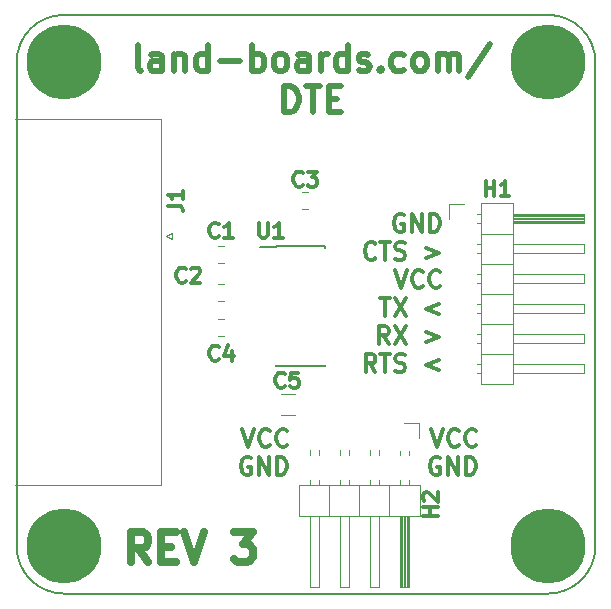
<source format=gbr>
G04 #@! TF.GenerationSoftware,KiCad,Pcbnew,(6.0.1)*
G04 #@! TF.CreationDate,2022-08-01T16:47:35-04:00*
G04 #@! TF.ProjectId,RS232_TTL_Male,52533233-325f-4545-944c-5f4d616c652e,1*
G04 #@! TF.SameCoordinates,Original*
G04 #@! TF.FileFunction,Legend,Top*
G04 #@! TF.FilePolarity,Positive*
%FSLAX46Y46*%
G04 Gerber Fmt 4.6, Leading zero omitted, Abs format (unit mm)*
G04 Created by KiCad (PCBNEW (6.0.1)) date 2022-08-01 16:47:35*
%MOMM*%
%LPD*%
G01*
G04 APERTURE LIST*
%ADD10C,0.368300*%
%ADD11C,0.635000*%
%ADD12C,0.476250*%
%ADD13C,0.317500*%
%ADD14C,0.120000*%
%ADD15C,0.150000*%
%ADD16C,6.350000*%
G04 APERTURE END LIST*
D10*
X181111766Y-98083321D02*
X181602833Y-99556521D01*
X182093900Y-98083321D01*
X183426795Y-99416216D02*
X183356643Y-99486369D01*
X183146185Y-99556521D01*
X183005881Y-99556521D01*
X182795424Y-99486369D01*
X182655119Y-99346064D01*
X182584966Y-99205759D01*
X182514814Y-98925150D01*
X182514814Y-98714693D01*
X182584966Y-98434083D01*
X182655119Y-98293778D01*
X182795424Y-98153474D01*
X183005881Y-98083321D01*
X183146185Y-98083321D01*
X183356643Y-98153474D01*
X183426795Y-98223626D01*
X184899995Y-99416216D02*
X184829843Y-99486369D01*
X184619385Y-99556521D01*
X184479081Y-99556521D01*
X184268624Y-99486369D01*
X184128319Y-99346064D01*
X184058166Y-99205759D01*
X183988014Y-98925150D01*
X183988014Y-98714693D01*
X184058166Y-98434083D01*
X184128319Y-98293778D01*
X184268624Y-98153474D01*
X184479081Y-98083321D01*
X184619385Y-98083321D01*
X184829843Y-98153474D01*
X184899995Y-98223626D01*
X181813290Y-100525326D02*
X181672985Y-100455173D01*
X181462528Y-100455173D01*
X181252071Y-100525326D01*
X181111766Y-100665630D01*
X181041614Y-100805935D01*
X180971462Y-101086545D01*
X180971462Y-101297002D01*
X181041614Y-101577611D01*
X181111766Y-101717916D01*
X181252071Y-101858221D01*
X181462528Y-101928373D01*
X181602833Y-101928373D01*
X181813290Y-101858221D01*
X181883443Y-101788068D01*
X181883443Y-101297002D01*
X181602833Y-101297002D01*
X182514814Y-101928373D02*
X182514814Y-100455173D01*
X183356643Y-101928373D01*
X183356643Y-100455173D01*
X184058166Y-101928373D02*
X184058166Y-100455173D01*
X184408928Y-100455173D01*
X184619385Y-100525326D01*
X184759690Y-100665630D01*
X184829843Y-100805935D01*
X184899995Y-101086545D01*
X184899995Y-101297002D01*
X184829843Y-101577611D01*
X184759690Y-101717916D01*
X184619385Y-101858221D01*
X184408928Y-101928373D01*
X184058166Y-101928373D01*
X165109766Y-98083321D02*
X165600833Y-99556521D01*
X166091900Y-98083321D01*
X167424795Y-99416216D02*
X167354643Y-99486369D01*
X167144185Y-99556521D01*
X167003881Y-99556521D01*
X166793424Y-99486369D01*
X166653119Y-99346064D01*
X166582966Y-99205759D01*
X166512814Y-98925150D01*
X166512814Y-98714693D01*
X166582966Y-98434083D01*
X166653119Y-98293778D01*
X166793424Y-98153474D01*
X167003881Y-98083321D01*
X167144185Y-98083321D01*
X167354643Y-98153474D01*
X167424795Y-98223626D01*
X168897995Y-99416216D02*
X168827843Y-99486369D01*
X168617385Y-99556521D01*
X168477081Y-99556521D01*
X168266624Y-99486369D01*
X168126319Y-99346064D01*
X168056166Y-99205759D01*
X167986014Y-98925150D01*
X167986014Y-98714693D01*
X168056166Y-98434083D01*
X168126319Y-98293778D01*
X168266624Y-98153474D01*
X168477081Y-98083321D01*
X168617385Y-98083321D01*
X168827843Y-98153474D01*
X168897995Y-98223626D01*
X165811290Y-100525326D02*
X165670985Y-100455173D01*
X165460528Y-100455173D01*
X165250071Y-100525326D01*
X165109766Y-100665630D01*
X165039614Y-100805935D01*
X164969462Y-101086545D01*
X164969462Y-101297002D01*
X165039614Y-101577611D01*
X165109766Y-101717916D01*
X165250071Y-101858221D01*
X165460528Y-101928373D01*
X165600833Y-101928373D01*
X165811290Y-101858221D01*
X165881443Y-101788068D01*
X165881443Y-101297002D01*
X165600833Y-101297002D01*
X166512814Y-101928373D02*
X166512814Y-100455173D01*
X167354643Y-101928373D01*
X167354643Y-100455173D01*
X168056166Y-101928373D02*
X168056166Y-100455173D01*
X168406928Y-100455173D01*
X168617385Y-100525326D01*
X168757690Y-100665630D01*
X168827843Y-100805935D01*
X168897995Y-101086545D01*
X168897995Y-101297002D01*
X168827843Y-101577611D01*
X168757690Y-101717916D01*
X168617385Y-101858221D01*
X168406928Y-101928373D01*
X168056166Y-101928373D01*
X178765290Y-79947770D02*
X178624985Y-79877617D01*
X178414528Y-79877617D01*
X178204071Y-79947770D01*
X178063766Y-80088074D01*
X177993614Y-80228379D01*
X177923462Y-80508989D01*
X177923462Y-80719446D01*
X177993614Y-81000055D01*
X178063766Y-81140360D01*
X178204071Y-81280665D01*
X178414528Y-81350817D01*
X178554833Y-81350817D01*
X178765290Y-81280665D01*
X178835443Y-81210512D01*
X178835443Y-80719446D01*
X178554833Y-80719446D01*
X179466814Y-81350817D02*
X179466814Y-79877617D01*
X180308643Y-81350817D01*
X180308643Y-79877617D01*
X181010166Y-81350817D02*
X181010166Y-79877617D01*
X181360928Y-79877617D01*
X181571385Y-79947770D01*
X181711690Y-80088074D01*
X181781843Y-80228379D01*
X181851995Y-80508989D01*
X181851995Y-80719446D01*
X181781843Y-81000055D01*
X181711690Y-81140360D01*
X181571385Y-81280665D01*
X181360928Y-81350817D01*
X181010166Y-81350817D01*
X176380109Y-83582364D02*
X176309957Y-83652517D01*
X176099500Y-83722669D01*
X175959195Y-83722669D01*
X175748738Y-83652517D01*
X175608433Y-83512212D01*
X175538281Y-83371907D01*
X175468128Y-83091298D01*
X175468128Y-82880841D01*
X175538281Y-82600231D01*
X175608433Y-82459926D01*
X175748738Y-82319622D01*
X175959195Y-82249469D01*
X176099500Y-82249469D01*
X176309957Y-82319622D01*
X176380109Y-82389774D01*
X176801024Y-82249469D02*
X177642852Y-82249469D01*
X177221938Y-83722669D02*
X177221938Y-82249469D01*
X178063766Y-83652517D02*
X178274224Y-83722669D01*
X178624985Y-83722669D01*
X178765290Y-83652517D01*
X178835443Y-83582364D01*
X178905595Y-83442060D01*
X178905595Y-83301755D01*
X178835443Y-83161450D01*
X178765290Y-83091298D01*
X178624985Y-83021145D01*
X178344376Y-82950993D01*
X178204071Y-82880841D01*
X178133919Y-82810688D01*
X178063766Y-82670383D01*
X178063766Y-82530079D01*
X178133919Y-82389774D01*
X178204071Y-82319622D01*
X178344376Y-82249469D01*
X178695138Y-82249469D01*
X178905595Y-82319622D01*
X180659405Y-82740536D02*
X181781843Y-83161450D01*
X180659405Y-83582364D01*
X178063766Y-84621321D02*
X178554833Y-86094521D01*
X179045900Y-84621321D01*
X180378795Y-85954216D02*
X180308643Y-86024369D01*
X180098185Y-86094521D01*
X179957881Y-86094521D01*
X179747424Y-86024369D01*
X179607119Y-85884064D01*
X179536966Y-85743759D01*
X179466814Y-85463150D01*
X179466814Y-85252693D01*
X179536966Y-84972083D01*
X179607119Y-84831778D01*
X179747424Y-84691474D01*
X179957881Y-84621321D01*
X180098185Y-84621321D01*
X180308643Y-84691474D01*
X180378795Y-84761626D01*
X181851995Y-85954216D02*
X181781843Y-86024369D01*
X181571385Y-86094521D01*
X181431081Y-86094521D01*
X181220624Y-86024369D01*
X181080319Y-85884064D01*
X181010166Y-85743759D01*
X180940014Y-85463150D01*
X180940014Y-85252693D01*
X181010166Y-84972083D01*
X181080319Y-84831778D01*
X181220624Y-84691474D01*
X181431081Y-84621321D01*
X181571385Y-84621321D01*
X181781843Y-84691474D01*
X181851995Y-84761626D01*
X176801024Y-86993173D02*
X177642852Y-86993173D01*
X177221938Y-88466373D02*
X177221938Y-86993173D01*
X177993614Y-86993173D02*
X178975747Y-88466373D01*
X178975747Y-86993173D02*
X177993614Y-88466373D01*
X181781843Y-87484240D02*
X180659405Y-87905154D01*
X181781843Y-88326068D01*
X177502547Y-90838225D02*
X177011481Y-90136701D01*
X176660719Y-90838225D02*
X176660719Y-89365025D01*
X177221938Y-89365025D01*
X177362243Y-89435178D01*
X177432395Y-89505330D01*
X177502547Y-89645635D01*
X177502547Y-89856092D01*
X177432395Y-89996397D01*
X177362243Y-90066549D01*
X177221938Y-90136701D01*
X176660719Y-90136701D01*
X177993614Y-89365025D02*
X178975747Y-90838225D01*
X178975747Y-89365025D02*
X177993614Y-90838225D01*
X180659405Y-89856092D02*
X181781843Y-90277006D01*
X180659405Y-90697920D01*
X176380109Y-93210077D02*
X175889043Y-92508553D01*
X175538281Y-93210077D02*
X175538281Y-91736877D01*
X176099500Y-91736877D01*
X176239805Y-91807030D01*
X176309957Y-91877182D01*
X176380109Y-92017487D01*
X176380109Y-92227944D01*
X176309957Y-92368249D01*
X176239805Y-92438401D01*
X176099500Y-92508553D01*
X175538281Y-92508553D01*
X176801024Y-91736877D02*
X177642852Y-91736877D01*
X177221938Y-93210077D02*
X177221938Y-91736877D01*
X178063766Y-93139925D02*
X178274224Y-93210077D01*
X178624985Y-93210077D01*
X178765290Y-93139925D01*
X178835443Y-93069772D01*
X178905595Y-92929468D01*
X178905595Y-92789163D01*
X178835443Y-92648858D01*
X178765290Y-92578706D01*
X178624985Y-92508553D01*
X178344376Y-92438401D01*
X178204071Y-92368249D01*
X178133919Y-92298096D01*
X178063766Y-92157791D01*
X178063766Y-92017487D01*
X178133919Y-91877182D01*
X178204071Y-91807030D01*
X178344376Y-91736877D01*
X178695138Y-91736877D01*
X178905595Y-91807030D01*
X181781843Y-92227944D02*
X180659405Y-92648858D01*
X181781843Y-93069772D01*
D11*
X157153428Y-109353047D02*
X156306761Y-108143523D01*
X155702000Y-109353047D02*
X155702000Y-106813047D01*
X156669619Y-106813047D01*
X156911523Y-106934000D01*
X157032476Y-107054952D01*
X157153428Y-107296857D01*
X157153428Y-107659714D01*
X157032476Y-107901619D01*
X156911523Y-108022571D01*
X156669619Y-108143523D01*
X155702000Y-108143523D01*
X158242000Y-108022571D02*
X159088666Y-108022571D01*
X159451523Y-109353047D02*
X158242000Y-109353047D01*
X158242000Y-106813047D01*
X159451523Y-106813047D01*
X160177238Y-106813047D02*
X161023904Y-109353047D01*
X161870571Y-106813047D01*
X164410571Y-106813047D02*
X165982952Y-106813047D01*
X165136285Y-107780666D01*
X165499142Y-107780666D01*
X165741047Y-107901619D01*
X165862000Y-108022571D01*
X165982952Y-108264476D01*
X165982952Y-108869238D01*
X165862000Y-109111142D01*
X165741047Y-109232095D01*
X165499142Y-109353047D01*
X164773428Y-109353047D01*
X164531523Y-109232095D01*
X164410571Y-109111142D01*
D12*
X156555261Y-67738695D02*
X156349642Y-67635885D01*
X156246833Y-67430266D01*
X156246833Y-65579695D01*
X158303023Y-67738695D02*
X158303023Y-66607790D01*
X158200214Y-66402171D01*
X157994595Y-66299362D01*
X157583357Y-66299362D01*
X157377738Y-66402171D01*
X158303023Y-67635885D02*
X158097404Y-67738695D01*
X157583357Y-67738695D01*
X157377738Y-67635885D01*
X157274928Y-67430266D01*
X157274928Y-67224647D01*
X157377738Y-67019028D01*
X157583357Y-66916219D01*
X158097404Y-66916219D01*
X158303023Y-66813409D01*
X159331119Y-66299362D02*
X159331119Y-67738695D01*
X159331119Y-66504981D02*
X159433928Y-66402171D01*
X159639547Y-66299362D01*
X159947976Y-66299362D01*
X160153595Y-66402171D01*
X160256404Y-66607790D01*
X160256404Y-67738695D01*
X162209785Y-67738695D02*
X162209785Y-65579695D01*
X162209785Y-67635885D02*
X162004166Y-67738695D01*
X161592928Y-67738695D01*
X161387309Y-67635885D01*
X161284500Y-67533076D01*
X161181690Y-67327457D01*
X161181690Y-66710600D01*
X161284500Y-66504981D01*
X161387309Y-66402171D01*
X161592928Y-66299362D01*
X162004166Y-66299362D01*
X162209785Y-66402171D01*
X163237880Y-66916219D02*
X164882833Y-66916219D01*
X165910928Y-67738695D02*
X165910928Y-65579695D01*
X165910928Y-66402171D02*
X166116547Y-66299362D01*
X166527785Y-66299362D01*
X166733404Y-66402171D01*
X166836214Y-66504981D01*
X166939023Y-66710600D01*
X166939023Y-67327457D01*
X166836214Y-67533076D01*
X166733404Y-67635885D01*
X166527785Y-67738695D01*
X166116547Y-67738695D01*
X165910928Y-67635885D01*
X168172738Y-67738695D02*
X167967119Y-67635885D01*
X167864309Y-67533076D01*
X167761500Y-67327457D01*
X167761500Y-66710600D01*
X167864309Y-66504981D01*
X167967119Y-66402171D01*
X168172738Y-66299362D01*
X168481166Y-66299362D01*
X168686785Y-66402171D01*
X168789595Y-66504981D01*
X168892404Y-66710600D01*
X168892404Y-67327457D01*
X168789595Y-67533076D01*
X168686785Y-67635885D01*
X168481166Y-67738695D01*
X168172738Y-67738695D01*
X170742976Y-67738695D02*
X170742976Y-66607790D01*
X170640166Y-66402171D01*
X170434547Y-66299362D01*
X170023309Y-66299362D01*
X169817690Y-66402171D01*
X170742976Y-67635885D02*
X170537357Y-67738695D01*
X170023309Y-67738695D01*
X169817690Y-67635885D01*
X169714880Y-67430266D01*
X169714880Y-67224647D01*
X169817690Y-67019028D01*
X170023309Y-66916219D01*
X170537357Y-66916219D01*
X170742976Y-66813409D01*
X171771071Y-67738695D02*
X171771071Y-66299362D01*
X171771071Y-66710600D02*
X171873880Y-66504981D01*
X171976690Y-66402171D01*
X172182309Y-66299362D01*
X172387928Y-66299362D01*
X174032880Y-67738695D02*
X174032880Y-65579695D01*
X174032880Y-67635885D02*
X173827261Y-67738695D01*
X173416023Y-67738695D01*
X173210404Y-67635885D01*
X173107595Y-67533076D01*
X173004785Y-67327457D01*
X173004785Y-66710600D01*
X173107595Y-66504981D01*
X173210404Y-66402171D01*
X173416023Y-66299362D01*
X173827261Y-66299362D01*
X174032880Y-66402171D01*
X174958166Y-67635885D02*
X175163785Y-67738695D01*
X175575023Y-67738695D01*
X175780642Y-67635885D01*
X175883452Y-67430266D01*
X175883452Y-67327457D01*
X175780642Y-67121838D01*
X175575023Y-67019028D01*
X175266595Y-67019028D01*
X175060976Y-66916219D01*
X174958166Y-66710600D01*
X174958166Y-66607790D01*
X175060976Y-66402171D01*
X175266595Y-66299362D01*
X175575023Y-66299362D01*
X175780642Y-66402171D01*
X176808738Y-67533076D02*
X176911547Y-67635885D01*
X176808738Y-67738695D01*
X176705928Y-67635885D01*
X176808738Y-67533076D01*
X176808738Y-67738695D01*
X178762119Y-67635885D02*
X178556499Y-67738695D01*
X178145261Y-67738695D01*
X177939642Y-67635885D01*
X177836833Y-67533076D01*
X177734023Y-67327457D01*
X177734023Y-66710600D01*
X177836833Y-66504981D01*
X177939642Y-66402171D01*
X178145261Y-66299362D01*
X178556499Y-66299362D01*
X178762119Y-66402171D01*
X179995833Y-67738695D02*
X179790214Y-67635885D01*
X179687404Y-67533076D01*
X179584595Y-67327457D01*
X179584595Y-66710600D01*
X179687404Y-66504981D01*
X179790214Y-66402171D01*
X179995833Y-66299362D01*
X180304261Y-66299362D01*
X180509880Y-66402171D01*
X180612690Y-66504981D01*
X180715499Y-66710600D01*
X180715499Y-67327457D01*
X180612690Y-67533076D01*
X180509880Y-67635885D01*
X180304261Y-67738695D01*
X179995833Y-67738695D01*
X181640785Y-67738695D02*
X181640785Y-66299362D01*
X181640785Y-66504981D02*
X181743595Y-66402171D01*
X181949214Y-66299362D01*
X182257642Y-66299362D01*
X182463261Y-66402171D01*
X182566071Y-66607790D01*
X182566071Y-67738695D01*
X182566071Y-66607790D02*
X182668880Y-66402171D01*
X182874499Y-66299362D01*
X183182928Y-66299362D01*
X183388547Y-66402171D01*
X183491357Y-66607790D01*
X183491357Y-67738695D01*
X186061595Y-65476885D02*
X184211023Y-68252743D01*
X168635380Y-71214685D02*
X168635380Y-69055685D01*
X169149428Y-69055685D01*
X169457857Y-69158495D01*
X169663476Y-69364114D01*
X169766285Y-69569733D01*
X169869095Y-69980971D01*
X169869095Y-70289399D01*
X169766285Y-70700637D01*
X169663476Y-70906256D01*
X169457857Y-71111875D01*
X169149428Y-71214685D01*
X168635380Y-71214685D01*
X170485952Y-69055685D02*
X171719666Y-69055685D01*
X171102809Y-71214685D02*
X171102809Y-69055685D01*
X172439333Y-70083780D02*
X173159000Y-70083780D01*
X173467428Y-71214685D02*
X172439333Y-71214685D01*
X172439333Y-69055685D01*
X173467428Y-69055685D01*
D13*
X163110333Y-81765571D02*
X163049857Y-81826047D01*
X162868428Y-81886523D01*
X162747476Y-81886523D01*
X162566047Y-81826047D01*
X162445095Y-81705095D01*
X162384619Y-81584142D01*
X162324142Y-81342238D01*
X162324142Y-81160809D01*
X162384619Y-80918904D01*
X162445095Y-80797952D01*
X162566047Y-80677000D01*
X162747476Y-80616523D01*
X162868428Y-80616523D01*
X163049857Y-80677000D01*
X163110333Y-80737476D01*
X164319857Y-81886523D02*
X163594142Y-81886523D01*
X163957000Y-81886523D02*
X163957000Y-80616523D01*
X163836047Y-80797952D01*
X163715095Y-80918904D01*
X163594142Y-80979380D01*
X160316333Y-85543571D02*
X160255857Y-85604047D01*
X160074428Y-85664523D01*
X159953476Y-85664523D01*
X159772047Y-85604047D01*
X159651095Y-85483095D01*
X159590619Y-85362142D01*
X159530142Y-85120238D01*
X159530142Y-84938809D01*
X159590619Y-84696904D01*
X159651095Y-84575952D01*
X159772047Y-84455000D01*
X159953476Y-84394523D01*
X160074428Y-84394523D01*
X160255857Y-84455000D01*
X160316333Y-84515476D01*
X160800142Y-84515476D02*
X160860619Y-84455000D01*
X160981571Y-84394523D01*
X161283952Y-84394523D01*
X161404904Y-84455000D01*
X161465380Y-84515476D01*
X161525857Y-84636428D01*
X161525857Y-84757380D01*
X161465380Y-84938809D01*
X160739666Y-85664523D01*
X161525857Y-85664523D01*
X170222333Y-77415571D02*
X170161857Y-77476047D01*
X169980428Y-77536523D01*
X169859476Y-77536523D01*
X169678047Y-77476047D01*
X169557095Y-77355095D01*
X169496619Y-77234142D01*
X169436142Y-76992238D01*
X169436142Y-76810809D01*
X169496619Y-76568904D01*
X169557095Y-76447952D01*
X169678047Y-76327000D01*
X169859476Y-76266523D01*
X169980428Y-76266523D01*
X170161857Y-76327000D01*
X170222333Y-76387476D01*
X170645666Y-76266523D02*
X171431857Y-76266523D01*
X171008523Y-76750333D01*
X171189952Y-76750333D01*
X171310904Y-76810809D01*
X171371380Y-76871285D01*
X171431857Y-76992238D01*
X171431857Y-77294619D01*
X171371380Y-77415571D01*
X171310904Y-77476047D01*
X171189952Y-77536523D01*
X170827095Y-77536523D01*
X170706142Y-77476047D01*
X170645666Y-77415571D01*
X163110333Y-92147571D02*
X163049857Y-92208047D01*
X162868428Y-92268523D01*
X162747476Y-92268523D01*
X162566047Y-92208047D01*
X162445095Y-92087095D01*
X162384619Y-91966142D01*
X162324142Y-91724238D01*
X162324142Y-91542809D01*
X162384619Y-91300904D01*
X162445095Y-91179952D01*
X162566047Y-91059000D01*
X162747476Y-90998523D01*
X162868428Y-90998523D01*
X163049857Y-91059000D01*
X163110333Y-91119476D01*
X164198904Y-91421857D02*
X164198904Y-92268523D01*
X163896523Y-90938047D02*
X163594142Y-91845190D01*
X164380333Y-91845190D01*
X158816523Y-79163333D02*
X159723666Y-79163333D01*
X159905095Y-79223809D01*
X160026047Y-79344761D01*
X160086523Y-79526190D01*
X160086523Y-79647142D01*
X160086523Y-77893333D02*
X160086523Y-78619047D01*
X160086523Y-78256190D02*
X158816523Y-78256190D01*
X158997952Y-78377142D01*
X159118904Y-78498095D01*
X159179380Y-78619047D01*
X166548380Y-80584523D02*
X166548380Y-81612619D01*
X166608857Y-81733571D01*
X166669333Y-81794047D01*
X166790285Y-81854523D01*
X167032190Y-81854523D01*
X167153142Y-81794047D01*
X167213619Y-81733571D01*
X167274095Y-81612619D01*
X167274095Y-80584523D01*
X168544095Y-81854523D02*
X167818380Y-81854523D01*
X168181238Y-81854523D02*
X168181238Y-80584523D01*
X168060285Y-80765952D01*
X167939333Y-80886904D01*
X167818380Y-80947380D01*
X185722380Y-78298523D02*
X185722380Y-77028523D01*
X185722380Y-77633285D02*
X186448095Y-77633285D01*
X186448095Y-78298523D02*
X186448095Y-77028523D01*
X187718095Y-78298523D02*
X186992380Y-78298523D01*
X187355238Y-78298523D02*
X187355238Y-77028523D01*
X187234285Y-77209952D01*
X187113333Y-77330904D01*
X186992380Y-77391380D01*
X168698333Y-94433571D02*
X168637857Y-94494047D01*
X168456428Y-94554523D01*
X168335476Y-94554523D01*
X168154047Y-94494047D01*
X168033095Y-94373095D01*
X167972619Y-94252142D01*
X167912142Y-94010238D01*
X167912142Y-93828809D01*
X167972619Y-93586904D01*
X168033095Y-93465952D01*
X168154047Y-93345000D01*
X168335476Y-93284523D01*
X168456428Y-93284523D01*
X168637857Y-93345000D01*
X168698333Y-93405476D01*
X169847380Y-93284523D02*
X169242619Y-93284523D01*
X169182142Y-93889285D01*
X169242619Y-93828809D01*
X169363571Y-93768333D01*
X169665952Y-93768333D01*
X169786904Y-93828809D01*
X169847380Y-93889285D01*
X169907857Y-94010238D01*
X169907857Y-94312619D01*
X169847380Y-94433571D01*
X169786904Y-94494047D01*
X169665952Y-94554523D01*
X169363571Y-94554523D01*
X169242619Y-94494047D01*
X169182142Y-94433571D01*
X181660523Y-105428619D02*
X180390523Y-105428619D01*
X180995285Y-105428619D02*
X180995285Y-104702904D01*
X181660523Y-104702904D02*
X180390523Y-104702904D01*
X180511476Y-104158619D02*
X180451000Y-104098142D01*
X180390523Y-103977190D01*
X180390523Y-103674809D01*
X180451000Y-103553857D01*
X180511476Y-103493380D01*
X180632428Y-103432904D01*
X180753380Y-103432904D01*
X180934809Y-103493380D01*
X181660523Y-104219095D01*
X181660523Y-103432904D01*
D14*
X163583252Y-84022000D02*
X163060748Y-84022000D01*
X163583252Y-82602000D02*
X163060748Y-82602000D01*
X163583252Y-85790000D02*
X163060748Y-85790000D01*
X163583252Y-87210000D02*
X163060748Y-87210000D01*
X170695252Y-79450000D02*
X170172748Y-79450000D01*
X170695252Y-78030000D02*
X170172748Y-78030000D01*
X163060748Y-90210000D02*
X163583252Y-90210000D01*
X163060748Y-88790000D02*
X163583252Y-88790000D01*
X145883200Y-71799700D02*
X158223200Y-71799700D01*
X158223200Y-71799700D02*
X158223200Y-102769700D01*
X158223200Y-102769700D02*
X145883200Y-102769700D01*
X159117538Y-81494700D02*
X159117538Y-81994700D01*
X159117538Y-81994700D02*
X158684525Y-81744700D01*
X158684525Y-81744700D02*
X159117538Y-81494700D01*
D15*
X167953400Y-82600600D02*
X167953400Y-82625600D01*
X172103400Y-82600600D02*
X172103400Y-82705600D01*
X172103400Y-92750600D02*
X172103400Y-92645600D01*
X167953400Y-92750600D02*
X167953400Y-92645600D01*
X167953400Y-82600600D02*
X172103400Y-82600600D01*
X167953400Y-92750600D02*
X172103400Y-92750600D01*
X167953400Y-82625600D02*
X166578400Y-82625600D01*
D14*
X185336000Y-78934000D02*
X185336000Y-94294000D01*
X185336000Y-94294000D02*
X187996000Y-94294000D01*
X187996000Y-94294000D02*
X187996000Y-78934000D01*
X187996000Y-78934000D02*
X185336000Y-78934000D01*
X187996000Y-79884000D02*
X193996000Y-79884000D01*
X193996000Y-79884000D02*
X193996000Y-80644000D01*
X193996000Y-80644000D02*
X187996000Y-80644000D01*
X187996000Y-79944000D02*
X193996000Y-79944000D01*
X187996000Y-80064000D02*
X193996000Y-80064000D01*
X187996000Y-80184000D02*
X193996000Y-80184000D01*
X187996000Y-80304000D02*
X193996000Y-80304000D01*
X187996000Y-80424000D02*
X193996000Y-80424000D01*
X187996000Y-80544000D02*
X193996000Y-80544000D01*
X185006000Y-79884000D02*
X185336000Y-79884000D01*
X185006000Y-80644000D02*
X185336000Y-80644000D01*
X185336000Y-81534000D02*
X187996000Y-81534000D01*
X187996000Y-82424000D02*
X193996000Y-82424000D01*
X193996000Y-82424000D02*
X193996000Y-83184000D01*
X193996000Y-83184000D02*
X187996000Y-83184000D01*
X184938929Y-82424000D02*
X185336000Y-82424000D01*
X184938929Y-83184000D02*
X185336000Y-83184000D01*
X185336000Y-84074000D02*
X187996000Y-84074000D01*
X187996000Y-84964000D02*
X193996000Y-84964000D01*
X193996000Y-84964000D02*
X193996000Y-85724000D01*
X193996000Y-85724000D02*
X187996000Y-85724000D01*
X184938929Y-84964000D02*
X185336000Y-84964000D01*
X184938929Y-85724000D02*
X185336000Y-85724000D01*
X185336000Y-86614000D02*
X187996000Y-86614000D01*
X187996000Y-87504000D02*
X193996000Y-87504000D01*
X193996000Y-87504000D02*
X193996000Y-88264000D01*
X193996000Y-88264000D02*
X187996000Y-88264000D01*
X184938929Y-87504000D02*
X185336000Y-87504000D01*
X184938929Y-88264000D02*
X185336000Y-88264000D01*
X185336000Y-89154000D02*
X187996000Y-89154000D01*
X187996000Y-90044000D02*
X193996000Y-90044000D01*
X193996000Y-90044000D02*
X193996000Y-90804000D01*
X193996000Y-90804000D02*
X187996000Y-90804000D01*
X184938929Y-90044000D02*
X185336000Y-90044000D01*
X184938929Y-90804000D02*
X185336000Y-90804000D01*
X185336000Y-91694000D02*
X187996000Y-91694000D01*
X187996000Y-92584000D02*
X193996000Y-92584000D01*
X193996000Y-92584000D02*
X193996000Y-93344000D01*
X193996000Y-93344000D02*
X187996000Y-93344000D01*
X184938929Y-92584000D02*
X185336000Y-92584000D01*
X184938929Y-93344000D02*
X185336000Y-93344000D01*
X182626000Y-80264000D02*
X182626000Y-78994000D01*
X182626000Y-78994000D02*
X183896000Y-78994000D01*
D15*
X150000000Y-112000000D02*
X191000000Y-112000000D01*
X146000000Y-67000000D02*
X146000000Y-108000000D01*
X191000000Y-63000000D02*
X150000000Y-63000000D01*
X195000000Y-108000000D02*
X195000000Y-67000000D01*
X146000000Y-108000000D02*
G75*
G03*
X150000000Y-112000000I4000000J0D01*
G01*
X191000000Y-112000000D02*
G75*
G03*
X195000000Y-108000000I0J4000000D01*
G01*
X195000000Y-67000000D02*
G75*
G03*
X191000000Y-63000000I-4000000J0D01*
G01*
X150000000Y-63000000D02*
G75*
G03*
X146000000Y-67000000I0J-4000000D01*
G01*
D14*
X169602064Y-96910000D02*
X168397936Y-96910000D01*
X169602064Y-95090000D02*
X168397936Y-95090000D01*
X180146000Y-102786000D02*
X169866000Y-102786000D01*
X169866000Y-102786000D02*
X169866000Y-105446000D01*
X169866000Y-105446000D02*
X180146000Y-105446000D01*
X180146000Y-105446000D02*
X180146000Y-102786000D01*
X179196000Y-105446000D02*
X179196000Y-111446000D01*
X179196000Y-111446000D02*
X178436000Y-111446000D01*
X178436000Y-111446000D02*
X178436000Y-105446000D01*
X179136000Y-105446000D02*
X179136000Y-111446000D01*
X179016000Y-105446000D02*
X179016000Y-111446000D01*
X178896000Y-105446000D02*
X178896000Y-111446000D01*
X178776000Y-105446000D02*
X178776000Y-111446000D01*
X178656000Y-105446000D02*
X178656000Y-111446000D01*
X178536000Y-105446000D02*
X178536000Y-111446000D01*
X179196000Y-102388929D02*
X179196000Y-102786000D01*
X178436000Y-102388929D02*
X178436000Y-102786000D01*
X179196000Y-99916000D02*
X179196000Y-100303071D01*
X178436000Y-99916000D02*
X178436000Y-100303071D01*
X177546000Y-102786000D02*
X177546000Y-105446000D01*
X176656000Y-105446000D02*
X176656000Y-111446000D01*
X176656000Y-111446000D02*
X175896000Y-111446000D01*
X175896000Y-111446000D02*
X175896000Y-105446000D01*
X176656000Y-102388929D02*
X176656000Y-102786000D01*
X175896000Y-102388929D02*
X175896000Y-102786000D01*
X176656000Y-99848929D02*
X176656000Y-100303071D01*
X175896000Y-99848929D02*
X175896000Y-100303071D01*
X175006000Y-102786000D02*
X175006000Y-105446000D01*
X174116000Y-105446000D02*
X174116000Y-111446000D01*
X174116000Y-111446000D02*
X173356000Y-111446000D01*
X173356000Y-111446000D02*
X173356000Y-105446000D01*
X174116000Y-102388929D02*
X174116000Y-102786000D01*
X173356000Y-102388929D02*
X173356000Y-102786000D01*
X174116000Y-99848929D02*
X174116000Y-100303071D01*
X173356000Y-99848929D02*
X173356000Y-100303071D01*
X172466000Y-102786000D02*
X172466000Y-105446000D01*
X171576000Y-105446000D02*
X171576000Y-111446000D01*
X171576000Y-111446000D02*
X170816000Y-111446000D01*
X170816000Y-111446000D02*
X170816000Y-105446000D01*
X171576000Y-102388929D02*
X171576000Y-102786000D01*
X170816000Y-102388929D02*
X170816000Y-102786000D01*
X171576000Y-99848929D02*
X171576000Y-100303071D01*
X170816000Y-99848929D02*
X170816000Y-100303071D01*
X178816000Y-97536000D02*
X180086000Y-97536000D01*
X180086000Y-97536000D02*
X180086000Y-98806000D01*
D16*
X150000000Y-67000000D03*
X191000000Y-67000000D03*
X150000000Y-108000000D03*
X191000000Y-108000000D03*
M02*

</source>
